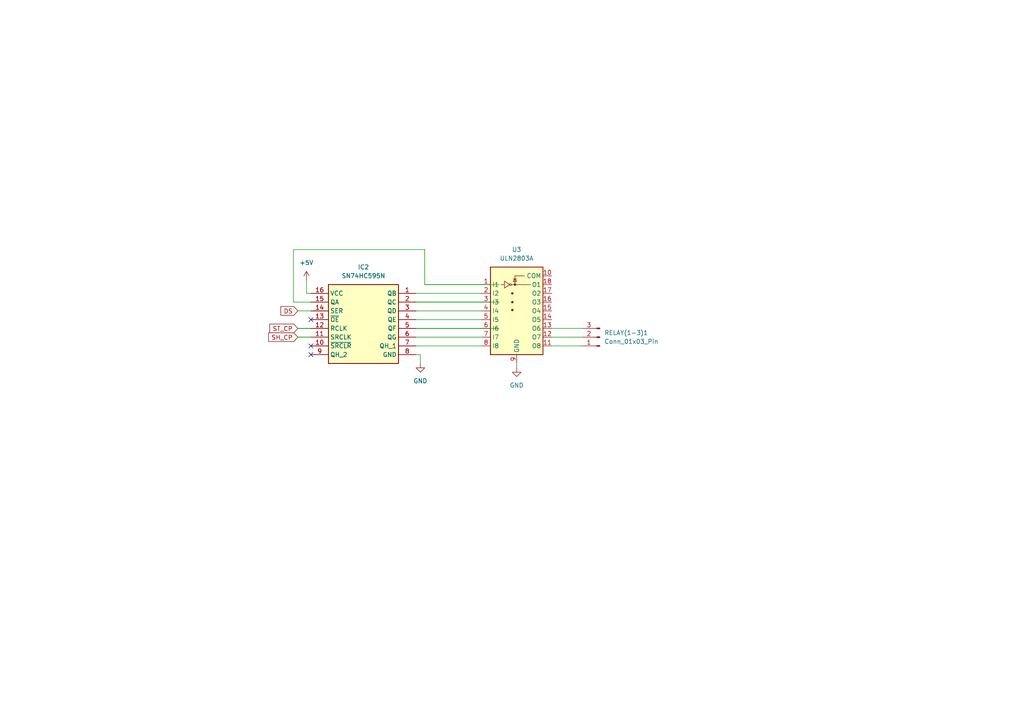
<source format=kicad_sch>
(kicad_sch (version 20230121) (generator eeschema)
  (paper "A4")
  (lib_symbols
    (symbol "Connector:Conn_01x03_Pin" (pin_names (offset 1.016) hide)
      (property "Reference" "J" (at 0 5.08 0))
      (property "Value" "Conn_01x03_Pin" (at 0 -5.08 0))
      (symbol "Conn_01x03_Pin_1_1"
        (polyline (pts (xy 1.27 -2.54) (xy 0.8636 -2.54)) (stroke (width 0.1524)))
        (polyline (pts (xy 1.27 0) (xy 0.8636 0)) (stroke (width 0.1524)))
        (polyline (pts (xy 1.27 2.54) (xy 0.8636 2.54)) (stroke (width 0.1524)))
        (rectangle (start 0.8636 -2.413) (end 0 -2.667) (stroke (width 0.1524)) (fill (type outline)))
        (rectangle (start 0.8636 0.127) (end 0 -0.127) (stroke (width 0.1524)) (fill (type outline)))
        (rectangle (start 0.8636 2.667) (end 0 2.413) (stroke (width 0.1524)) (fill (type outline)))
        (pin passive line (at 5.08 2.54 180) (length 3.81) (name "Pin_1") (number "1"))
        (pin passive line (at 5.08 0 180) (length 3.81) (name "Pin_2") (number "2"))
        (pin passive line (at 5.08 -2.54 180) (length 3.81) (name "Pin_3") (number "3"))
      )
    )
    (symbol "SN74HC595N:SN74HC595N"
      (property "Reference" "IC" (at 26.67 7.62 0))
      (property "Value" "SN74HC595N" (at 26.67 5.08 0))
      (symbol "SN74HC595N_1_1"
        (rectangle (start 5.08 2.54) (end 25.4 -20.32) (stroke (width 0.254)) (fill (type background)))
        (pin passive line (at 0 0 0) (length 5.08) (name "QB") (number "1"))
        (pin passive line (at 30.48 -15.24 180) (length 5.08) (name "~{SRCLR}") (number "10"))
        (pin input line (at 30.48 -12.7 180) (length 5.08) (name "SRCLK") (number "11"))
        (pin input line (at 30.48 -10.16 180) (length 5.08) (name "RCLK") (number "12"))
        (pin passive line (at 30.48 -7.62 180) (length 5.08) (name "~{OE}") (number "13"))
        (pin passive line (at 30.48 -5.08 180) (length 5.08) (name "SER") (number "14"))
        (pin passive line (at 30.48 -2.54 180) (length 5.08) (name "QA") (number "15"))
        (pin power_in line (at 30.48 0 180) (length 5.08) (name "VCC") (number "16"))
        (pin passive line (at 0 -2.54 0) (length 5.08) (name "QC") (number "2"))
        (pin passive line (at 0 -5.08 0) (length 5.08) (name "QD") (number "3"))
        (pin passive line (at 0 -7.62 0) (length 5.08) (name "QE") (number "4"))
        (pin passive line (at 0 -10.16 0) (length 5.08) (name "QF") (number "5"))
        (pin passive line (at 0 -12.7 0) (length 5.08) (name "QG") (number "6"))
        (pin passive line (at 0 -15.24 0) (length 5.08) (name "QH_1") (number "7"))
        (pin power_in line (at 0 -17.78 0) (length 5.08) (name "GND") (number "8"))
        (pin passive line (at 30.48 -17.78 180) (length 5.08) (name "QH_2") (number "9"))
      )
    )
    (symbol "Transistor_Array:ULN2803A"
      (property "Reference" "U" (at 0 13.335 0))
      (property "Value" "ULN2803A" (at 0 11.43 0))
      (symbol "ULN2803A_0_1"
        (rectangle (start -7.62 -15.24) (end 7.62 10.16) (stroke (width 0.254)) (fill (type background)))
        (circle (center -1.778 5.08) (radius 0.254))
        (circle (center -1.27 -2.286) (radius 0.254) (fill (type outline)))
        (circle (center -1.27 0) (radius 0.254) (fill (type outline)))
        (circle (center -1.27 2.54) (radius 0.254) (fill (type outline)))
        (circle (center -0.508 5.08) (radius 0.254) (fill (type outline)))
        (polyline (pts (xy -4.572 5.08) (xy -3.556 5.08)))
        (polyline (pts (xy -1.524 5.08) (xy 4.064 5.08)))
        (polyline (pts (xy 0 6.731) (xy -1.016 6.731)))
        (polyline (pts (xy -0.508 5.08) (xy -0.508 7.62) (xy 2.286 7.62)))
        (polyline (pts (xy -3.556 6.096) (xy -3.556 4.064) (xy -2.032 5.08) (xy -3.556 6.096)))
        (polyline (pts (xy 0 5.969) (xy -1.016 5.969) (xy -0.508 6.731) (xy 0 5.969)))
      )
      (symbol "ULN2803A_1_1"
        (pin input line (at -10.16 5.08 0) (length 2.54) (name "I1") (number "1"))
        (pin passive line (at 10.16 7.62 180) (length 2.54) (name "COM") (number "10"))
        (pin open_collector line (at 10.16 -12.7 180) (length 2.54) (name "O8") (number "11"))
        (pin open_collector line (at 10.16 -10.16 180) (length 2.54) (name "O7") (number "12"))
        (pin open_collector line (at 10.16 -7.62 180) (length 2.54) (name "O6") (number "13"))
        (pin open_collector line (at 10.16 -5.08 180) (length 2.54) (name "O5") (number "14"))
        (pin open_collector line (at 10.16 -2.54 180) (length 2.54) (name "O4") (number "15"))
        (pin open_collector line (at 10.16 0 180) (length 2.54) (name "O3") (number "16"))
        (pin open_collector line (at 10.16 2.54 180) (length 2.54) (name "O2") (number "17"))
        (pin open_collector line (at 10.16 5.08 180) (length 2.54) (name "O1") (number "18"))
        (pin input line (at -10.16 2.54 0) (length 2.54) (name "I2") (number "2"))
        (pin input line (at -10.16 0 0) (length 2.54) (name "I3") (number "3"))
        (pin input line (at -10.16 -2.54 0) (length 2.54) (name "I4") (number "4"))
        (pin input line (at -10.16 -5.08 0) (length 2.54) (name "I5") (number "5"))
        (pin input line (at -10.16 -7.62 0) (length 2.54) (name "I6") (number "6"))
        (pin input line (at -10.16 -10.16 0) (length 2.54) (name "I7") (number "7"))
        (pin input line (at -10.16 -12.7 0) (length 2.54) (name "I8") (number "8"))
        (pin power_in line (at 0 -17.78 90) (length 2.54) (name "GND") (number "9"))
      )
    )
    (symbol "power:+5V" (power) (pin_names (offset 0))
      (property "Value" "+5V" (at 0 3.556 0))
      (symbol "+5V_0_1"
        (polyline (pts (xy -0.762 1.27) (xy 0 2.54)))
        (polyline (pts (xy 0 0) (xy 0 2.54)))
        (polyline (pts (xy 0 2.54) (xy 0.762 1.27)))
      )
      (symbol "+5V_1_1"
        (pin power_in line (at 0 0 90) (length 0) hide (name "+5V") (number "1"))
      )
    )
    (symbol "power:GND" (power) (pin_names (offset 0))
      (property "Value" "GND" (at 0 -3.81 0))
      (symbol "GND_0_1"
        (polyline (pts (xy 0 0) (xy 0 -1.27) (xy 1.27 -1.27) (xy 0 -2.54) (xy -1.27 -1.27) (xy 0 -1.27)))
      )
      (symbol "GND_1_1"
        (pin power_in line (at 0 0 270) (length 0) hide (name "GND") (number "1"))
      )
    )
  )
  (no_connect (at 90.17 92.71))
  (no_connect (at 90.17 102.87))
  (no_connect (at 90.17 100.33))
  (wire (pts (xy 160.02 97.79) (xy 168.91 97.79)))
  (wire (pts (xy 160.02 95.25) (xy 168.91 95.25)))
  (wire (pts (xy 90.17 87.63) (xy 85.09 87.63)))
  (wire (pts (xy 120.65 85.09) (xy 139.7 85.09)))
  (wire (pts (xy 120.65 97.79) (xy 139.7 97.79)))
  (wire (pts (xy 85.09 72.39) (xy 123.19 72.39)))
  (wire (pts (xy 85.09 87.63) (xy 85.09 72.39)))
  (wire (pts (xy 160.02 100.33) (xy 168.91 100.33)))
  (wire (pts (xy 121.92 102.87) (xy 121.92 105.41)))
  (wire (pts (xy 120.65 92.71) (xy 139.7 92.71)))
  (wire (pts (xy 120.65 90.17) (xy 139.7 90.17)))
  (wire (pts (xy 120.65 100.33) (xy 139.7 100.33)))
  (wire (pts (xy 149.86 105.41) (xy 149.86 106.68)))
  (wire (pts (xy 86.36 90.17) (xy 90.17 90.17)))
  (wire (pts (xy 88.9 81.28) (xy 88.9 85.09)))
  (wire (pts (xy 88.9 85.09) (xy 90.17 85.09)))
  (wire (pts (xy 86.36 97.79) (xy 90.17 97.79)))
  (wire (pts (xy 120.65 95.25) (xy 139.7 95.25)))
  (wire (pts (xy 120.65 87.63) (xy 139.7 87.63)))
  (wire (pts (xy 123.19 82.55) (xy 139.7 82.55)))
  (wire (pts (xy 86.36 95.25) (xy 90.17 95.25)))
  (wire (pts (xy 121.92 102.87) (xy 120.65 102.87)))
  (wire (pts (xy 123.19 72.39) (xy 123.19 82.55)))
  (wire (pts (xy 86.36 97.79) (xy 90.17 97.79)))
  (wire (pts (xy 120.65 95.25) (xy 144.78 95.25)))
  (wire (pts (xy 120.65 87.63) (xy 144.78 87.63)))
  (wire (pts (xy 123.19 82.55) (xy 144.78 82.55)))
  (wire (pts (xy 86.36 95.25) (xy 90.17 95.25)))
  (wire (pts (xy 123.19 72.39) (xy 123.19 82.55)))
  (global_label "SH_CP" (shape input) (at 86.36 97.79 180) (property "Intersheetrefs" "${INTERSHEET_REFS}" (effects hide)))
  (global_label "ST_CP" (shape input) (at 86.36 95.25 180) (property "Intersheetrefs" "${INTERSHEET_REFS}" (effects hide)))
  (global_label "DS" (shape input) (at 86.36 90.17 180) (property "Intersheetrefs" "${INTERSHEET_REFS}" (effects hide)))
  (symbol (lib_id "power:GND") (at 149.86 106.68 0) (unit 1)
    (property "Reference" "#PWR010" (effects hide))
    (property "Value" "GND" (at 149.86 111.76 0))
  )
  (symbol (lib_id "power:+5V") (at 88.9 81.28 0) (unit 1)
    (property "Reference" "#PWR02" (effects hide))
    (property "Value" "+5V" (at 88.9 76.2 0))
  )
  (symbol (lib_id "SN74HC595N:SN74HC595N") (at 120.65 85.09 0) (mirror y) (unit 1)
    (property "Reference" "IC2" (at 105.41 77.47 0))
    (property "Value" "SN74HC595N" (at 105.41 80.01 0))
    (property "Footprint" "SN74HC595N:DIP794W53P254L1930H508Q16N" (effects hide))
    (property "Datasheet" "http://www.ti.com/lit/ds/symlink/sn74hc595.pdf" (effects hide))
    (property "Height" "5.08" (effects hide))
    (property "Mouser Part Number" "595-SN74HC595N" (effects hide))
    (property "Mouser Price/Stock" "https://www.mouser.co.uk/ProductDetail/Texas-Instruments/SN74HC595N?qs=IEl3ej0IqwBTHkYa8XPoMQ%3D%3D" (effects hide))
    (property "Manufacturer_Name" "Texas Instruments" (effects hide))
    (property "Manufacturer_Part_Number" "SN74HC595N" (effects hide))
  )
  (symbol (lib_id "Transistor_Array:ULN2803A") (at 149.86 87.63 0) (unit 1)
    (property "Reference" "U3" (at 149.86 72.39 0))
    (property "Value" "ULN2803A" (at 149.86 74.93 0))
    (property "Datasheet" "http://www.ti.com/lit/ds/symlink/uln2803a.pdf" (effects hide))
  )
  (symbol (lib_id "Connector:Conn_01x03_Pin") (at 173.99 97.79 180) (unit 1)
    (property "Reference" "RELAY(1-3)1" (at 175.26 96.52 0) (effects (justify right)))
    (property "Value" "Conn_01x03_Pin" (at 175.26 99.06 0) (effects (justify right)))
  )
  (symbol (lib_id "power:GND") (at 121.92 105.41 0) (unit 1)
    (property "Reference" "#PWR011" (effects hide))
    (property "Value" "GND" (at 121.92 110.49 0))
  )
)
</source>
